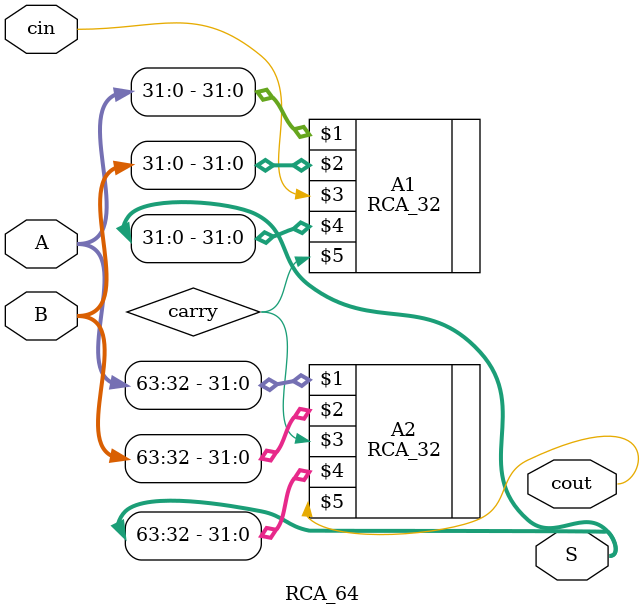
<source format=v>
`timescale 1ns / 1ps


module RCA_64(input[63:0] A, input[63:0] B, input cin, 
                    output[63:0] S, output cout);
    wire carry;                                                 // carry bit used b/w 2 32-bit RCAs
    RCA_32 A1(A[31:0], B[31:0], cin, S[31:0], carry);
    RCA_32 A2(A[63:32], B[63:32], carry, S[63:32], cout);
    // S stores the 64-bit sum output, and cout stores the carry
endmodule
</source>
